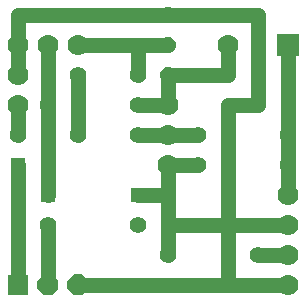
<source format=gbl>
G75*
%MOIN*%
%OFA0B0*%
%FSLAX25Y25*%
%IPPOS*%
%LPD*%
%AMOC8*
5,1,8,0,0,1.08239X$1,22.5*
%
%ADD10C,0.05543*%
%ADD11R,0.04756X0.04756*%
%ADD12R,0.07500X0.07500*%
%ADD13C,0.07000*%
%ADD14OC8,0.07000*%
%ADD15R,0.07000X0.07000*%
%ADD16OC8,0.05150*%
%ADD17C,0.05000*%
%ADD18R,0.03962X0.03962*%
D10*
X0070837Y0064690D03*
X0100837Y0064690D03*
X0110837Y0054690D03*
X0140837Y0054690D03*
X0150837Y0084690D03*
X0150837Y0094690D03*
X0120837Y0094690D03*
X0120837Y0084690D03*
X0100837Y0094690D03*
X0100837Y0104690D03*
X0100837Y0114690D03*
X0080837Y0114690D03*
X0070837Y0104690D03*
X0060837Y0094690D03*
X0080837Y0094690D03*
D11*
X0060837Y0084690D03*
X0070837Y0074690D03*
X0100837Y0074690D03*
D12*
X0150837Y0124690D03*
D13*
X0130837Y0124690D03*
X0110837Y0104690D03*
X0110837Y0094690D03*
X0110837Y0084690D03*
X0150837Y0074690D03*
X0150837Y0064690D03*
X0150837Y0054690D03*
X0150837Y0044690D03*
X0060837Y0104690D03*
X0060837Y0114690D03*
X0060837Y0124690D03*
X0070837Y0124690D03*
X0080837Y0124690D03*
D14*
X0080837Y0044690D03*
X0070837Y0044690D03*
D15*
X0060837Y0044690D03*
D16*
X0110837Y0114690D03*
X0110837Y0124690D03*
X0110837Y0134690D03*
D17*
X0140837Y0134690D01*
X0140837Y0104690D01*
X0130837Y0104690D01*
X0130837Y0044690D01*
X0080837Y0044690D01*
X0070837Y0044690D02*
X0070837Y0064690D01*
X0070837Y0074690D02*
X0070837Y0104690D01*
X0070837Y0124690D01*
X0060837Y0124690D02*
X0060837Y0114690D01*
X0060837Y0124690D02*
X0060837Y0134690D01*
X0110837Y0134690D01*
X0110837Y0124690D02*
X0100837Y0124690D01*
X0100837Y0114690D01*
X0100837Y0124690D02*
X0080837Y0124690D01*
X0080837Y0114690D02*
X0080837Y0094690D01*
X0100837Y0094690D02*
X0110837Y0094690D01*
X0120837Y0094690D01*
X0120837Y0084690D02*
X0110837Y0084690D01*
X0110837Y0074690D01*
X0110837Y0064690D01*
X0120837Y0064690D01*
X0140837Y0064690D01*
X0150837Y0064690D01*
X0150837Y0054690D02*
X0140837Y0054690D01*
X0150837Y0044690D02*
X0130837Y0044690D01*
X0110837Y0054690D02*
X0110837Y0064690D01*
X0110837Y0074690D02*
X0100837Y0074690D01*
X0100837Y0104690D02*
X0110837Y0104690D01*
X0110837Y0114690D01*
X0130837Y0114690D01*
X0130837Y0124690D01*
X0150837Y0124690D02*
X0150837Y0094690D01*
X0150837Y0084690D01*
X0150837Y0074690D01*
X0060837Y0084690D02*
X0060837Y0044690D01*
X0060837Y0094690D02*
X0060837Y0104690D01*
D18*
X0120837Y0064690D03*
X0140837Y0064690D03*
M02*

</source>
